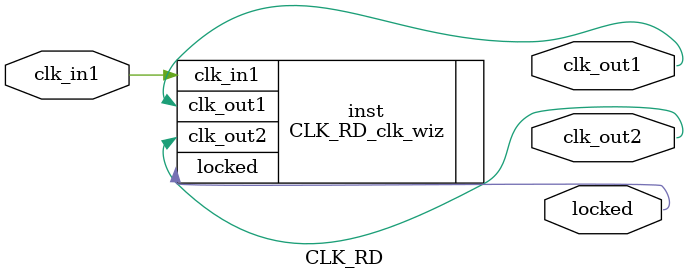
<source format=v>


`timescale 1ps/1ps

(* CORE_GENERATION_INFO = "CLK_RD,clk_wiz_v5_4_3_0,{component_name=CLK_RD,use_phase_alignment=true,use_min_o_jitter=false,use_max_i_jitter=false,use_dyn_phase_shift=false,use_inclk_switchover=false,use_dyn_reconfig=false,enable_axi=0,feedback_source=FDBK_AUTO,PRIMITIVE=PLL,num_out_clk=2,clkin1_period=10.000,clkin2_period=10.000,use_power_down=false,use_reset=false,use_locked=true,use_inclk_stopped=false,feedback_type=SINGLE,CLOCK_MGR_TYPE=NA,manual_override=false}" *)

module CLK_RD 
 (
  // Clock out ports
  output        clk_out1,
  output        clk_out2,
  // Status and control signals
  output        locked,
 // Clock in ports
  input         clk_in1
 );

  CLK_RD_clk_wiz inst
  (
  // Clock out ports  
  .clk_out1(clk_out1),
  .clk_out2(clk_out2),
  // Status and control signals               
  .locked(locked),
 // Clock in ports
  .clk_in1(clk_in1)
  );

endmodule

</source>
